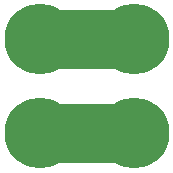
<source format=gbl>
%TF.GenerationSoftware,KiCad,Pcbnew,4.0.5-e0-6337~49~ubuntu16.04.1*%
%TF.CreationDate,2017-01-17T12:09:01-08:00*%
%TF.ProjectId,2x2-LED-SMT-LIMITED,3278322D4C45442D534D542D4C494D49,1.0*%
%TF.FileFunction,Copper,L2,Bot,Signal*%
%FSLAX46Y46*%
G04 Gerber Fmt 4.6, Leading zero omitted, Abs format (unit mm)*
G04 Created by KiCad (PCBNEW 4.0.5-e0-6337~49~ubuntu16.04.1) date Tue Jan 17 12:09:01 2017*
%MOMM*%
%LPD*%
G01*
G04 APERTURE LIST*
%ADD10C,0.350000*%
%ADD11C,5.000000*%
%ADD12C,6.000000*%
%ADD13C,0.350000*%
G04 APERTURE END LIST*
D10*
D11*
X127890000Y-85090000D02*
X135790000Y-85090000D01*
X127890000Y-77090000D02*
X135790000Y-77090000D01*
D12*
X127890000Y-85090000D03*
X127890000Y-77090000D03*
X135890000Y-77090000D03*
X135890000Y-85090000D03*
D13*
X127890000Y-85090000D03*
X127890000Y-77090000D03*
X135890000Y-77090000D03*
X135890000Y-85090000D03*
M02*

</source>
